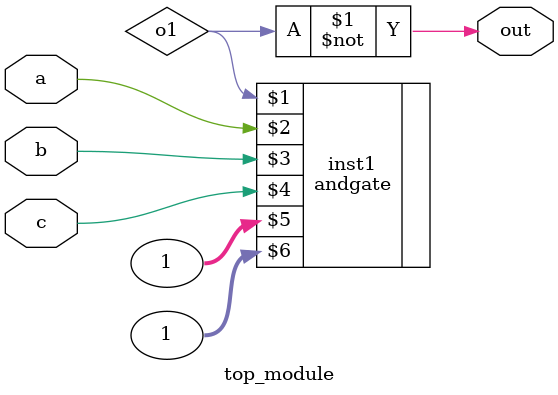
<source format=v>
module top_module (input a, input b, input c, output out);//
    
    wire o1;
    assign out = ~o1;

    andgate inst1 ( o1, a, b, c, 1, 1 );

endmodule

</source>
